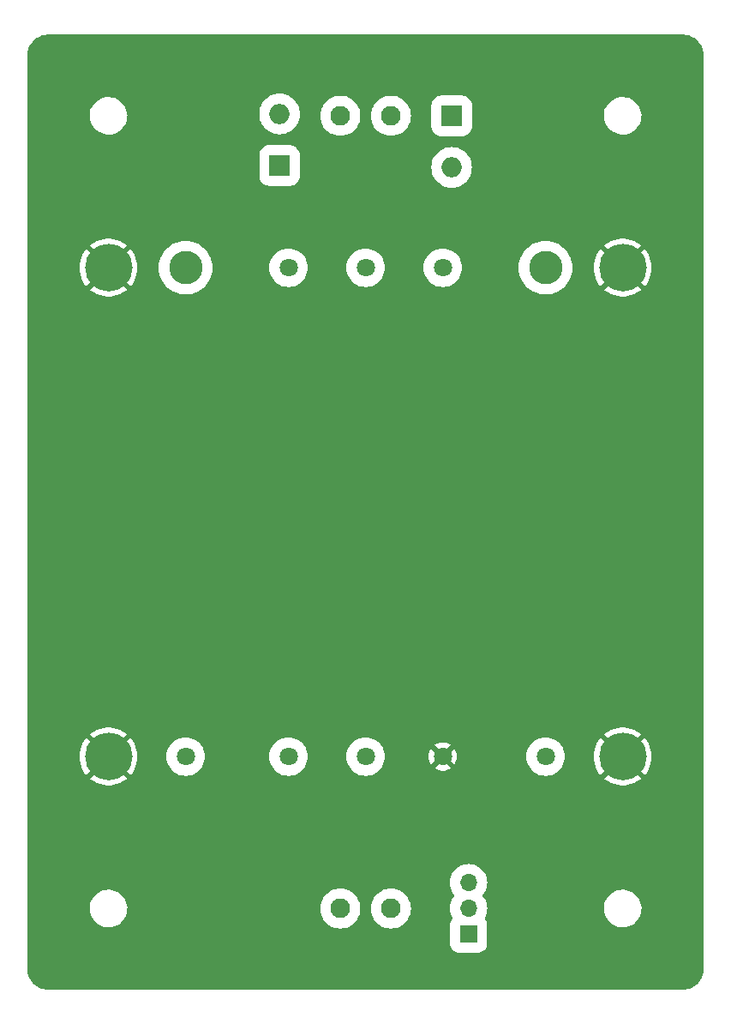
<source format=gbr>
%TF.GenerationSoftware,KiCad,Pcbnew,7.0.1*%
%TF.CreationDate,2023-05-04T12:42:05+02:00*%
%TF.ProjectId,traco_breakout_minimal,74726163-6f5f-4627-9265-616b6f75745f,rev?*%
%TF.SameCoordinates,Original*%
%TF.FileFunction,Copper,L2,Bot*%
%TF.FilePolarity,Positive*%
%FSLAX46Y46*%
G04 Gerber Fmt 4.6, Leading zero omitted, Abs format (unit mm)*
G04 Created by KiCad (PCBNEW 7.0.1) date 2023-05-04 12:42:05*
%MOMM*%
%LPD*%
G01*
G04 APERTURE LIST*
%TA.AperFunction,ComponentPad*%
%ADD10R,1.700000X1.700000*%
%TD*%
%TA.AperFunction,ComponentPad*%
%ADD11O,1.700000X1.700000*%
%TD*%
%TA.AperFunction,ComponentPad*%
%ADD12C,1.950000*%
%TD*%
%TA.AperFunction,ComponentPad*%
%ADD13C,1.800000*%
%TD*%
%TA.AperFunction,ComponentPad*%
%ADD14C,3.300000*%
%TD*%
%TA.AperFunction,ComponentPad*%
%ADD15C,4.700000*%
%TD*%
%TA.AperFunction,ComponentPad*%
%ADD16R,2.000000X2.000000*%
%TD*%
%TA.AperFunction,ComponentPad*%
%ADD17O,2.000000X2.000000*%
%TD*%
G04 APERTURE END LIST*
D10*
%TO.P,J2,1,Pin_1*%
%TO.N,/GND*%
X141160000Y-141690000D03*
D11*
%TO.P,J2,2,Pin_2*%
%TO.N,/SYNC*%
X141160000Y-139150000D03*
%TO.P,J2,3,Pin_3*%
%TO.N,/REMOTE*%
X141160000Y-136610000D03*
%TD*%
D12*
%TO.P,J3,1,1*%
%TO.N,/Vout+*%
X128500000Y-60890000D03*
%TO.P,J3,2,2*%
%TO.N,/Vout-*%
X133500000Y-60890000D03*
%TD*%
%TO.P,J1,1,1*%
%TO.N,/GND*%
X133500000Y-139150000D03*
%TO.P,J1,2,2*%
%TO.N,/Vin*%
X128500000Y-139150000D03*
%TD*%
D13*
%TO.P,PS1,1,-VIN_(GND)*%
%TO.N,/GND*%
X148780000Y-124150000D03*
%TO.P,PS1,2,CASE*%
%TO.N,/shielding*%
X138620000Y-124150000D03*
%TO.P,PS1,3,REMOTE*%
%TO.N,/REMOTE*%
X123380000Y-124150000D03*
%TO.P,PS1,4,+VIN_(VCC)*%
%TO.N,/Vin_fuse*%
X113220000Y-124150000D03*
D14*
%TO.P,PS1,5,-VOUT*%
%TO.N,/Vout-*%
X148780000Y-75890000D03*
D13*
%TO.P,PS1,6,-SENSE*%
%TO.N,Net-(PS1--SENSE)*%
X138620000Y-75890000D03*
%TO.P,PS1,7,TRIM*%
%TO.N,Net-(PS1-TRIM)*%
X131000000Y-75890000D03*
%TO.P,PS1,8,+SENSE*%
%TO.N,Net-(PS1-+SENSE)*%
X123380000Y-75890000D03*
D14*
%TO.P,PS1,9,+VOUT*%
%TO.N,/Vout+*%
X113220000Y-75890000D03*
D13*
%TO.P,PS1,10,SYNC_(ON_DEMAND)*%
%TO.N,/SYNC*%
X131000000Y-124150000D03*
D15*
%TO.P,PS1,MH1,MH1*%
%TO.N,/shielding*%
X156400000Y-124150000D03*
%TO.P,PS1,MH2,MH2*%
X105600000Y-124150000D03*
%TO.P,PS1,MH3,MH3*%
X105600000Y-75890000D03*
%TO.P,PS1,MH4,MH4*%
X156400000Y-75890000D03*
%TD*%
D16*
%TO.P,R1,1*%
%TO.N,Net-(PS1-+SENSE)*%
X122500000Y-65800000D03*
D17*
%TO.P,R1,2*%
%TO.N,Net-(PS1-TRIM)*%
X122500000Y-60720000D03*
%TD*%
D16*
%TO.P,R2,1*%
%TO.N,Net-(PS1--SENSE)*%
X139500000Y-60900000D03*
D17*
%TO.P,R2,2*%
%TO.N,Net-(PS1-TRIM)*%
X139500000Y-65980000D03*
%TD*%
%TA.AperFunction,Conductor*%
%TO.N,/shielding*%
G36*
X162404418Y-52890316D02*
G01*
X162675790Y-52909724D01*
X162693291Y-52912241D01*
X162954803Y-52969129D01*
X162971762Y-52974108D01*
X163222524Y-53067638D01*
X163238616Y-53074987D01*
X163473501Y-53203244D01*
X163488375Y-53212802D01*
X163702624Y-53373188D01*
X163715994Y-53384774D01*
X163905225Y-53574005D01*
X163916811Y-53587375D01*
X164077193Y-53801619D01*
X164086758Y-53816503D01*
X164215011Y-54051382D01*
X164222361Y-54067475D01*
X164315888Y-54318229D01*
X164320872Y-54335205D01*
X164377757Y-54596702D01*
X164380275Y-54614214D01*
X164399684Y-54885582D01*
X164400000Y-54894428D01*
X164400000Y-145145572D01*
X164399684Y-145154418D01*
X164380275Y-145425785D01*
X164377757Y-145443297D01*
X164320872Y-145704794D01*
X164315888Y-145721770D01*
X164222361Y-145972524D01*
X164215011Y-145988617D01*
X164086758Y-146223496D01*
X164077193Y-146238380D01*
X163916811Y-146452624D01*
X163905225Y-146465994D01*
X163715994Y-146655225D01*
X163702624Y-146666811D01*
X163488380Y-146827193D01*
X163473496Y-146836758D01*
X163238617Y-146965011D01*
X163222524Y-146972361D01*
X162971770Y-147065888D01*
X162954794Y-147070872D01*
X162693297Y-147127757D01*
X162675785Y-147130275D01*
X162404418Y-147149684D01*
X162395572Y-147150000D01*
X99604428Y-147150000D01*
X99595582Y-147149684D01*
X99324214Y-147130275D01*
X99306702Y-147127757D01*
X99045205Y-147070872D01*
X99028229Y-147065888D01*
X98777475Y-146972361D01*
X98761382Y-146965011D01*
X98526503Y-146836758D01*
X98511619Y-146827193D01*
X98297375Y-146666811D01*
X98284005Y-146655225D01*
X98094774Y-146465994D01*
X98083188Y-146452624D01*
X97922802Y-146238375D01*
X97913244Y-146223501D01*
X97784987Y-145988616D01*
X97777638Y-145972524D01*
X97684108Y-145721762D01*
X97679129Y-145704803D01*
X97622241Y-145443291D01*
X97619724Y-145425785D01*
X97600316Y-145154418D01*
X97600000Y-145145572D01*
X97600000Y-139217764D01*
X103745787Y-139217764D01*
X103775413Y-139487016D01*
X103775414Y-139487018D01*
X103843928Y-139749088D01*
X103938974Y-139972749D01*
X103949871Y-139998392D01*
X104090982Y-140229611D01*
X104180253Y-140336881D01*
X104264255Y-140437820D01*
X104465998Y-140618582D01*
X104691910Y-140768044D01*
X104794508Y-140816140D01*
X104937177Y-140883021D01*
X105196562Y-140961058D01*
X105196569Y-140961060D01*
X105464561Y-141000500D01*
X105667631Y-141000500D01*
X105667634Y-141000500D01*
X105870156Y-140985677D01*
X105870155Y-140985677D01*
X106134553Y-140926780D01*
X106387558Y-140830014D01*
X106623777Y-140697441D01*
X106838177Y-140531888D01*
X107026186Y-140336881D01*
X107183799Y-140116579D01*
X107307656Y-139875675D01*
X107395118Y-139619305D01*
X107444319Y-139352933D01*
X107451735Y-139149999D01*
X126519453Y-139149999D01*
X126539613Y-139431861D01*
X126599678Y-139707979D01*
X126599680Y-139707984D01*
X126698432Y-139972749D01*
X126782999Y-140127621D01*
X126833859Y-140220765D01*
X126996343Y-140437818D01*
X127003203Y-140446982D01*
X127203018Y-140646797D01*
X127270669Y-140697440D01*
X127429234Y-140816140D01*
X127429236Y-140816141D01*
X127677251Y-140951568D01*
X127942016Y-141050320D01*
X127942019Y-141050320D01*
X127942020Y-141050321D01*
X127981320Y-141058870D01*
X128218139Y-141110387D01*
X128500000Y-141130546D01*
X128781861Y-141110387D01*
X129057984Y-141050320D01*
X129322749Y-140951568D01*
X129570764Y-140816141D01*
X129796982Y-140646797D01*
X129996797Y-140446982D01*
X130166141Y-140220764D01*
X130301568Y-139972749D01*
X130400320Y-139707984D01*
X130460387Y-139431861D01*
X130480546Y-139150000D01*
X130480546Y-139149999D01*
X131519453Y-139149999D01*
X131539613Y-139431861D01*
X131599678Y-139707979D01*
X131599680Y-139707984D01*
X131698432Y-139972749D01*
X131782999Y-140127621D01*
X131833859Y-140220765D01*
X131996343Y-140437818D01*
X132003203Y-140446982D01*
X132203018Y-140646797D01*
X132270669Y-140697440D01*
X132429234Y-140816140D01*
X132429236Y-140816141D01*
X132677251Y-140951568D01*
X132942016Y-141050320D01*
X132942019Y-141050320D01*
X132942020Y-141050321D01*
X132981320Y-141058870D01*
X133218139Y-141110387D01*
X133500000Y-141130546D01*
X133781861Y-141110387D01*
X134057984Y-141050320D01*
X134322749Y-140951568D01*
X134570764Y-140816141D01*
X134796982Y-140646797D01*
X134996797Y-140446982D01*
X135166141Y-140220764D01*
X135301568Y-139972749D01*
X135400320Y-139707984D01*
X135460387Y-139431861D01*
X135480546Y-139150000D01*
X135480546Y-139149999D01*
X139304772Y-139149999D01*
X139323657Y-139414027D01*
X139379921Y-139672673D01*
X139472427Y-139920691D01*
X139551282Y-140065102D01*
X139565765Y-140111510D01*
X139561292Y-140159920D01*
X139538552Y-140202889D01*
X139470302Y-140286590D01*
X139376091Y-140466949D01*
X139332704Y-140618582D01*
X139320114Y-140662582D01*
X139310738Y-140768045D01*
X139309500Y-140781966D01*
X139309500Y-142598033D01*
X139320114Y-142717417D01*
X139376091Y-142913050D01*
X139470301Y-143093406D01*
X139470302Y-143093407D01*
X139598891Y-143251109D01*
X139756593Y-143379698D01*
X139936951Y-143473909D01*
X140132582Y-143529886D01*
X140251963Y-143540500D01*
X142068036Y-143540499D01*
X142187418Y-143529886D01*
X142383049Y-143473909D01*
X142563407Y-143379698D01*
X142721109Y-143251109D01*
X142849698Y-143093407D01*
X142943909Y-142913049D01*
X142999886Y-142717418D01*
X143010500Y-142598037D01*
X143010499Y-140781964D01*
X142999886Y-140662582D01*
X142943909Y-140466951D01*
X142849698Y-140286593D01*
X142803235Y-140229611D01*
X142781447Y-140202889D01*
X142758707Y-140159920D01*
X142754234Y-140111510D01*
X142768715Y-140065105D01*
X142847574Y-139920689D01*
X142940077Y-139672678D01*
X142996343Y-139414026D01*
X143010380Y-139217764D01*
X154545787Y-139217764D01*
X154575413Y-139487016D01*
X154575414Y-139487018D01*
X154643928Y-139749088D01*
X154738974Y-139972749D01*
X154749871Y-139998392D01*
X154890982Y-140229611D01*
X154980253Y-140336881D01*
X155064255Y-140437820D01*
X155265998Y-140618582D01*
X155491910Y-140768044D01*
X155594508Y-140816140D01*
X155737177Y-140883021D01*
X155996562Y-140961058D01*
X155996569Y-140961060D01*
X156264561Y-141000500D01*
X156467631Y-141000500D01*
X156467634Y-141000500D01*
X156670156Y-140985677D01*
X156670155Y-140985677D01*
X156934553Y-140926780D01*
X157187558Y-140830014D01*
X157423777Y-140697441D01*
X157638177Y-140531888D01*
X157826186Y-140336881D01*
X157983799Y-140116579D01*
X158107656Y-139875675D01*
X158195118Y-139619305D01*
X158244319Y-139352933D01*
X158254212Y-139082235D01*
X158224586Y-138812982D01*
X158156072Y-138550912D01*
X158050130Y-138301610D01*
X157914417Y-138079236D01*
X157909017Y-138070388D01*
X157735746Y-137862181D01*
X157725519Y-137853018D01*
X157534002Y-137681418D01*
X157308090Y-137531956D01*
X157308086Y-137531954D01*
X157062822Y-137416978D01*
X156803437Y-137338941D01*
X156803431Y-137338940D01*
X156535439Y-137299500D01*
X156332369Y-137299500D01*
X156332366Y-137299500D01*
X156129843Y-137314322D01*
X155865449Y-137373219D01*
X155612441Y-137469986D01*
X155376223Y-137602559D01*
X155161825Y-137768109D01*
X154973813Y-137963120D01*
X154816201Y-138183420D01*
X154692342Y-138424329D01*
X154604881Y-138680695D01*
X154555680Y-138947066D01*
X154545787Y-139217764D01*
X143010380Y-139217764D01*
X143015227Y-139150000D01*
X142996343Y-138885974D01*
X142940077Y-138627322D01*
X142847574Y-138379311D01*
X142720716Y-138146989D01*
X142576475Y-137954306D01*
X142554579Y-137906358D01*
X142554579Y-137853642D01*
X142576475Y-137805693D01*
X142720716Y-137613011D01*
X142847574Y-137380689D01*
X142940077Y-137132678D01*
X142996343Y-136874026D01*
X143015227Y-136610000D01*
X142996343Y-136345974D01*
X142940077Y-136087322D01*
X142847574Y-135839311D01*
X142720716Y-135606989D01*
X142562087Y-135395085D01*
X142374915Y-135207913D01*
X142268963Y-135128598D01*
X142163009Y-135049282D01*
X141996898Y-134958579D01*
X141930689Y-134922426D01*
X141682678Y-134829923D01*
X141682673Y-134829921D01*
X141424027Y-134773657D01*
X141160000Y-134754772D01*
X140895972Y-134773657D01*
X140637326Y-134829921D01*
X140513316Y-134876174D01*
X140389311Y-134922426D01*
X140389308Y-134922427D01*
X140389307Y-134922428D01*
X140156990Y-135049282D01*
X139945082Y-135207915D01*
X139757915Y-135395082D01*
X139599282Y-135606990D01*
X139472428Y-135839307D01*
X139472426Y-135839311D01*
X139426174Y-135963316D01*
X139379921Y-136087326D01*
X139323657Y-136345972D01*
X139304772Y-136609999D01*
X139323657Y-136874027D01*
X139379921Y-137132673D01*
X139379923Y-137132678D01*
X139472426Y-137380689D01*
X139521186Y-137469986D01*
X139599284Y-137613012D01*
X139743521Y-137805690D01*
X139765420Y-137853642D01*
X139765420Y-137906358D01*
X139743521Y-137954310D01*
X139599284Y-138146987D01*
X139500853Y-138327251D01*
X139472426Y-138379311D01*
X139426174Y-138503316D01*
X139379921Y-138627326D01*
X139323657Y-138885972D01*
X139304772Y-139149999D01*
X135480546Y-139149999D01*
X135460387Y-138868139D01*
X135400320Y-138592016D01*
X135301568Y-138327251D01*
X135166141Y-138079236D01*
X135159517Y-138070388D01*
X135003656Y-137862181D01*
X134996797Y-137853018D01*
X134796982Y-137653203D01*
X134743288Y-137613008D01*
X134570765Y-137483859D01*
X134477621Y-137432999D01*
X134322749Y-137348432D01*
X134057984Y-137249680D01*
X134057979Y-137249678D01*
X133781861Y-137189613D01*
X133500000Y-137169453D01*
X133218138Y-137189613D01*
X132942020Y-137249678D01*
X132845179Y-137285798D01*
X132677251Y-137348432D01*
X132618177Y-137380689D01*
X132429234Y-137483859D01*
X132203017Y-137653203D01*
X132003203Y-137853017D01*
X131833859Y-138079234D01*
X131776970Y-138183420D01*
X131698432Y-138327251D01*
X131662224Y-138424329D01*
X131599678Y-138592020D01*
X131539613Y-138868138D01*
X131519453Y-139149999D01*
X130480546Y-139149999D01*
X130460387Y-138868139D01*
X130400320Y-138592016D01*
X130301568Y-138327251D01*
X130166141Y-138079236D01*
X130159517Y-138070388D01*
X130003656Y-137862181D01*
X129996797Y-137853018D01*
X129796982Y-137653203D01*
X129743288Y-137613008D01*
X129570765Y-137483859D01*
X129477621Y-137432999D01*
X129322749Y-137348432D01*
X129057984Y-137249680D01*
X129057979Y-137249678D01*
X128781861Y-137189613D01*
X128500000Y-137169453D01*
X128218138Y-137189613D01*
X127942020Y-137249678D01*
X127845179Y-137285798D01*
X127677251Y-137348432D01*
X127618177Y-137380689D01*
X127429234Y-137483859D01*
X127203017Y-137653203D01*
X127003203Y-137853017D01*
X126833859Y-138079234D01*
X126776970Y-138183420D01*
X126698432Y-138327251D01*
X126662224Y-138424329D01*
X126599678Y-138592020D01*
X126539613Y-138868138D01*
X126519453Y-139149999D01*
X107451735Y-139149999D01*
X107454212Y-139082235D01*
X107424586Y-138812982D01*
X107356072Y-138550912D01*
X107250130Y-138301610D01*
X107114417Y-138079236D01*
X107109017Y-138070388D01*
X106935746Y-137862181D01*
X106925519Y-137853018D01*
X106734002Y-137681418D01*
X106508090Y-137531956D01*
X106508086Y-137531954D01*
X106262822Y-137416978D01*
X106003437Y-137338941D01*
X106003431Y-137338940D01*
X105735439Y-137299500D01*
X105532369Y-137299500D01*
X105532366Y-137299500D01*
X105329843Y-137314322D01*
X105065449Y-137373219D01*
X104812441Y-137469986D01*
X104576223Y-137602559D01*
X104361825Y-137768109D01*
X104173813Y-137963120D01*
X104016201Y-138183420D01*
X103892342Y-138424329D01*
X103804881Y-138680695D01*
X103755680Y-138947066D01*
X103745787Y-139217764D01*
X97600000Y-139217764D01*
X97600000Y-126334261D01*
X103769289Y-126334261D01*
X103769290Y-126334262D01*
X103895216Y-126439926D01*
X104172584Y-126622355D01*
X104469257Y-126771350D01*
X104781220Y-126884895D01*
X105104265Y-126961458D01*
X105434009Y-127000000D01*
X105765991Y-127000000D01*
X106095734Y-126961458D01*
X106418779Y-126884895D01*
X106730742Y-126771350D01*
X107027415Y-126622355D01*
X107304783Y-126439927D01*
X107430708Y-126334262D01*
X107430709Y-126334261D01*
X154569289Y-126334261D01*
X154569290Y-126334262D01*
X154695216Y-126439926D01*
X154972584Y-126622355D01*
X155269257Y-126771350D01*
X155581220Y-126884895D01*
X155904265Y-126961458D01*
X156234009Y-127000000D01*
X156565991Y-127000000D01*
X156895734Y-126961458D01*
X157218779Y-126884895D01*
X157530742Y-126771350D01*
X157827415Y-126622355D01*
X158104783Y-126439927D01*
X158230708Y-126334262D01*
X158230709Y-126334261D01*
X156400000Y-124503553D01*
X154569289Y-126334261D01*
X107430709Y-126334261D01*
X105600000Y-124503553D01*
X103769289Y-126334261D01*
X97600000Y-126334261D01*
X97600000Y-124150000D01*
X102745169Y-124150000D01*
X102764473Y-124481426D01*
X102822120Y-124808363D01*
X102917338Y-125126409D01*
X103048832Y-125431247D01*
X103214823Y-125718754D01*
X103412358Y-125984088D01*
X105246447Y-124150000D01*
X105953553Y-124150000D01*
X107787640Y-125984088D01*
X107985176Y-125718754D01*
X108151167Y-125431247D01*
X108282661Y-125126409D01*
X108377879Y-124808363D01*
X108435526Y-124481426D01*
X108454830Y-124150000D01*
X108454830Y-124149999D01*
X111314644Y-124149999D01*
X111334039Y-124421161D01*
X111391823Y-124686796D01*
X111391825Y-124686801D01*
X111486828Y-124941513D01*
X111486830Y-124941517D01*
X111486831Y-124941519D01*
X111617109Y-125180108D01*
X111617113Y-125180113D01*
X111780029Y-125397742D01*
X111972258Y-125589971D01*
X112144291Y-125718754D01*
X112189891Y-125752890D01*
X112385802Y-125859864D01*
X112428487Y-125883172D01*
X112683199Y-125978175D01*
X112683202Y-125978175D01*
X112683203Y-125978176D01*
X112710381Y-125984088D01*
X112948840Y-126035961D01*
X113220000Y-126055355D01*
X113491160Y-126035961D01*
X113756801Y-125978175D01*
X114011513Y-125883172D01*
X114250113Y-125752887D01*
X114467742Y-125589971D01*
X114659971Y-125397742D01*
X114822887Y-125180113D01*
X114852212Y-125126409D01*
X114858266Y-125115319D01*
X114953172Y-124941513D01*
X115048175Y-124686801D01*
X115105961Y-124421160D01*
X115125355Y-124150000D01*
X115125355Y-124149999D01*
X121474644Y-124149999D01*
X121494039Y-124421161D01*
X121551823Y-124686796D01*
X121551825Y-124686801D01*
X121646828Y-124941513D01*
X121646830Y-124941517D01*
X121646831Y-124941519D01*
X121777109Y-125180108D01*
X121777113Y-125180113D01*
X121940029Y-125397742D01*
X122132258Y-125589971D01*
X122304291Y-125718754D01*
X122349891Y-125752890D01*
X122545802Y-125859864D01*
X122588487Y-125883172D01*
X122843199Y-125978175D01*
X122843202Y-125978175D01*
X122843203Y-125978176D01*
X122870381Y-125984088D01*
X123108840Y-126035961D01*
X123380000Y-126055355D01*
X123651160Y-126035961D01*
X123916801Y-125978175D01*
X124171513Y-125883172D01*
X124410113Y-125752887D01*
X124627742Y-125589971D01*
X124819971Y-125397742D01*
X124982887Y-125180113D01*
X125012212Y-125126409D01*
X125018266Y-125115319D01*
X125113172Y-124941513D01*
X125208175Y-124686801D01*
X125265961Y-124421160D01*
X125285355Y-124150000D01*
X125285355Y-124149999D01*
X129094644Y-124149999D01*
X129114039Y-124421161D01*
X129171823Y-124686796D01*
X129171825Y-124686801D01*
X129266828Y-124941513D01*
X129266830Y-124941517D01*
X129266831Y-124941519D01*
X129397109Y-125180108D01*
X129397113Y-125180113D01*
X129560029Y-125397742D01*
X129752258Y-125589971D01*
X129924291Y-125718754D01*
X129969891Y-125752890D01*
X130165802Y-125859864D01*
X130208487Y-125883172D01*
X130463199Y-125978175D01*
X130463202Y-125978175D01*
X130463203Y-125978176D01*
X130490381Y-125984088D01*
X130728840Y-126035961D01*
X131000000Y-126055355D01*
X131271160Y-126035961D01*
X131536801Y-125978175D01*
X131791513Y-125883172D01*
X132030113Y-125752887D01*
X132247742Y-125589971D01*
X132439971Y-125397742D01*
X132511380Y-125302351D01*
X137821199Y-125302351D01*
X137851650Y-125326051D01*
X138055700Y-125436477D01*
X138275140Y-125511811D01*
X138503993Y-125550000D01*
X138736007Y-125550000D01*
X138964859Y-125511811D01*
X139184296Y-125436478D01*
X139388353Y-125326048D01*
X139418798Y-125302351D01*
X138620000Y-124503553D01*
X137821199Y-125302351D01*
X132511380Y-125302351D01*
X132602887Y-125180113D01*
X132632212Y-125126409D01*
X132638266Y-125115319D01*
X132733172Y-124941513D01*
X132828175Y-124686801D01*
X132885961Y-124421160D01*
X132905355Y-124150000D01*
X132905355Y-124149999D01*
X137215201Y-124149999D01*
X137234361Y-124381217D01*
X137291319Y-124606139D01*
X137384516Y-124818609D01*
X137468812Y-124947633D01*
X138266444Y-124150001D01*
X138973553Y-124150001D01*
X139771186Y-124947634D01*
X139855483Y-124818607D01*
X139948680Y-124606138D01*
X140005638Y-124381217D01*
X140024798Y-124150000D01*
X140024798Y-124149999D01*
X146874644Y-124149999D01*
X146894039Y-124421161D01*
X146951823Y-124686796D01*
X146951825Y-124686801D01*
X147046828Y-124941513D01*
X147046830Y-124941517D01*
X147046831Y-124941519D01*
X147177109Y-125180108D01*
X147177113Y-125180113D01*
X147340029Y-125397742D01*
X147532258Y-125589971D01*
X147704291Y-125718754D01*
X147749891Y-125752890D01*
X147945802Y-125859864D01*
X147988487Y-125883172D01*
X148243199Y-125978175D01*
X148243202Y-125978175D01*
X148243203Y-125978176D01*
X148270381Y-125984088D01*
X148508840Y-126035961D01*
X148780000Y-126055355D01*
X149051160Y-126035961D01*
X149316801Y-125978175D01*
X149571513Y-125883172D01*
X149810113Y-125752887D01*
X150027742Y-125589971D01*
X150219971Y-125397742D01*
X150382887Y-125180113D01*
X150412212Y-125126409D01*
X150418266Y-125115319D01*
X150513172Y-124941513D01*
X150608175Y-124686801D01*
X150665961Y-124421160D01*
X150685355Y-124150000D01*
X150685355Y-124149999D01*
X153545169Y-124149999D01*
X153564473Y-124481426D01*
X153622120Y-124808363D01*
X153717338Y-125126409D01*
X153848832Y-125431247D01*
X154014823Y-125718754D01*
X154212358Y-125984088D01*
X156046447Y-124150000D01*
X156753553Y-124150000D01*
X158587640Y-125984088D01*
X158785176Y-125718754D01*
X158951167Y-125431247D01*
X159082661Y-125126409D01*
X159177879Y-124808363D01*
X159235526Y-124481426D01*
X159254830Y-124149999D01*
X159235526Y-123818573D01*
X159177879Y-123491636D01*
X159082661Y-123173590D01*
X158951167Y-122868752D01*
X158785176Y-122581245D01*
X158587640Y-122315910D01*
X156753553Y-124150000D01*
X156046447Y-124150000D01*
X154212357Y-122315910D01*
X154014826Y-122581241D01*
X153848832Y-122868752D01*
X153717338Y-123173590D01*
X153622120Y-123491636D01*
X153564473Y-123818573D01*
X153545169Y-124149999D01*
X150685355Y-124149999D01*
X150665961Y-123878840D01*
X150608175Y-123613199D01*
X150513172Y-123358487D01*
X150489864Y-123315802D01*
X150382890Y-123119891D01*
X150291379Y-122997648D01*
X150219971Y-122902258D01*
X150027742Y-122710029D01*
X149855708Y-122581245D01*
X149810108Y-122547109D01*
X149571519Y-122416831D01*
X149571517Y-122416830D01*
X149571513Y-122416828D01*
X149316801Y-122321825D01*
X149316796Y-122321823D01*
X149051161Y-122264039D01*
X148780000Y-122244644D01*
X148508838Y-122264039D01*
X148243203Y-122321823D01*
X148098956Y-122375624D01*
X147988487Y-122416828D01*
X147988484Y-122416829D01*
X147988480Y-122416831D01*
X147749891Y-122547109D01*
X147532255Y-122710031D01*
X147340031Y-122902255D01*
X147177109Y-123119891D01*
X147046831Y-123358480D01*
X146951823Y-123613203D01*
X146894039Y-123878838D01*
X146874644Y-124149999D01*
X140024798Y-124149999D01*
X140005638Y-123918782D01*
X139948680Y-123693860D01*
X139855484Y-123481392D01*
X139771186Y-123352364D01*
X138973553Y-124150000D01*
X138973553Y-124150001D01*
X138266444Y-124150001D01*
X138266446Y-124149999D01*
X137468812Y-123352365D01*
X137384516Y-123481390D01*
X137291319Y-123693860D01*
X137234361Y-123918782D01*
X137215201Y-124149999D01*
X132905355Y-124149999D01*
X132885961Y-123878840D01*
X132828175Y-123613199D01*
X132733172Y-123358487D01*
X132709864Y-123315802D01*
X132602890Y-123119891D01*
X132511379Y-122997648D01*
X132511378Y-122997647D01*
X137821200Y-122997647D01*
X138620000Y-123796447D01*
X138620001Y-123796447D01*
X139418799Y-122997648D01*
X139418799Y-122997647D01*
X139388349Y-122973948D01*
X139184299Y-122863522D01*
X138964859Y-122788188D01*
X138736007Y-122750000D01*
X138503993Y-122750000D01*
X138275140Y-122788188D01*
X138055703Y-122863521D01*
X137851645Y-122973952D01*
X137821200Y-122997646D01*
X137821200Y-122997647D01*
X132511378Y-122997647D01*
X132439971Y-122902258D01*
X132247742Y-122710029D01*
X132075708Y-122581245D01*
X132030108Y-122547109D01*
X131791519Y-122416831D01*
X131791517Y-122416830D01*
X131791513Y-122416828D01*
X131536801Y-122321825D01*
X131536796Y-122321823D01*
X131271161Y-122264039D01*
X131000000Y-122244644D01*
X130728838Y-122264039D01*
X130463203Y-122321823D01*
X130318956Y-122375624D01*
X130208487Y-122416828D01*
X130208484Y-122416829D01*
X130208480Y-122416831D01*
X129969891Y-122547109D01*
X129752255Y-122710031D01*
X129560031Y-122902255D01*
X129397109Y-123119891D01*
X129266831Y-123358480D01*
X129171823Y-123613203D01*
X129114039Y-123878838D01*
X129094644Y-124149999D01*
X125285355Y-124149999D01*
X125265961Y-123878840D01*
X125208175Y-123613199D01*
X125113172Y-123358487D01*
X125089864Y-123315802D01*
X124982890Y-123119891D01*
X124891379Y-122997648D01*
X124819971Y-122902258D01*
X124627742Y-122710029D01*
X124455708Y-122581245D01*
X124410108Y-122547109D01*
X124171519Y-122416831D01*
X124171517Y-122416830D01*
X124171513Y-122416828D01*
X123916801Y-122321825D01*
X123916796Y-122321823D01*
X123651161Y-122264039D01*
X123380000Y-122244644D01*
X123108838Y-122264039D01*
X122843203Y-122321823D01*
X122698956Y-122375624D01*
X122588487Y-122416828D01*
X122588484Y-122416829D01*
X122588480Y-122416831D01*
X122349891Y-122547109D01*
X122132255Y-122710031D01*
X121940031Y-122902255D01*
X121777109Y-123119891D01*
X121646831Y-123358480D01*
X121551823Y-123613203D01*
X121494039Y-123878838D01*
X121474644Y-124149999D01*
X115125355Y-124149999D01*
X115105961Y-123878840D01*
X115048175Y-123613199D01*
X114953172Y-123358487D01*
X114929864Y-123315802D01*
X114822890Y-123119891D01*
X114731379Y-122997648D01*
X114659971Y-122902258D01*
X114467742Y-122710029D01*
X114295708Y-122581245D01*
X114250108Y-122547109D01*
X114011519Y-122416831D01*
X114011517Y-122416830D01*
X114011513Y-122416828D01*
X113756801Y-122321825D01*
X113756796Y-122321823D01*
X113491161Y-122264039D01*
X113220000Y-122244644D01*
X112948838Y-122264039D01*
X112683203Y-122321823D01*
X112538956Y-122375624D01*
X112428487Y-122416828D01*
X112428484Y-122416829D01*
X112428480Y-122416831D01*
X112189891Y-122547109D01*
X111972255Y-122710031D01*
X111780031Y-122902255D01*
X111617109Y-123119891D01*
X111486831Y-123358480D01*
X111391823Y-123613203D01*
X111334039Y-123878838D01*
X111314644Y-124149999D01*
X108454830Y-124149999D01*
X108435526Y-123818573D01*
X108377879Y-123491636D01*
X108282661Y-123173590D01*
X108151167Y-122868752D01*
X107985176Y-122581245D01*
X107787640Y-122315910D01*
X105953553Y-124150000D01*
X105246447Y-124150000D01*
X103412357Y-122315910D01*
X103214826Y-122581241D01*
X103048832Y-122868752D01*
X102917338Y-123173590D01*
X102822120Y-123491636D01*
X102764473Y-123818573D01*
X102745169Y-124150000D01*
X97600000Y-124150000D01*
X97600000Y-121965736D01*
X103769289Y-121965736D01*
X105600000Y-123796447D01*
X105600001Y-123796447D01*
X107430709Y-121965737D01*
X107430708Y-121965736D01*
X154569289Y-121965736D01*
X156400000Y-123796447D01*
X156400001Y-123796447D01*
X158230709Y-121965737D01*
X158230708Y-121965736D01*
X158104783Y-121860073D01*
X157827415Y-121677644D01*
X157530742Y-121528649D01*
X157218779Y-121415104D01*
X156895734Y-121338541D01*
X156565991Y-121300000D01*
X156234009Y-121300000D01*
X155904265Y-121338541D01*
X155581220Y-121415104D01*
X155269257Y-121528649D01*
X154972584Y-121677644D01*
X154695216Y-121860072D01*
X154569289Y-121965736D01*
X107430708Y-121965736D01*
X107304783Y-121860073D01*
X107027415Y-121677644D01*
X106730742Y-121528649D01*
X106418779Y-121415104D01*
X106095734Y-121338541D01*
X105765991Y-121300000D01*
X105434009Y-121300000D01*
X105104265Y-121338541D01*
X104781220Y-121415104D01*
X104469257Y-121528649D01*
X104172584Y-121677644D01*
X103895216Y-121860072D01*
X103769289Y-121965736D01*
X97600000Y-121965736D01*
X97600000Y-78074261D01*
X103769289Y-78074261D01*
X103769290Y-78074262D01*
X103895216Y-78179926D01*
X104172584Y-78362355D01*
X104469257Y-78511350D01*
X104781220Y-78624895D01*
X105104265Y-78701458D01*
X105434009Y-78740000D01*
X105765991Y-78740000D01*
X106095734Y-78701458D01*
X106418779Y-78624895D01*
X106730742Y-78511350D01*
X107027415Y-78362355D01*
X107304783Y-78179927D01*
X107430708Y-78074262D01*
X107430709Y-78074261D01*
X105600000Y-76243553D01*
X103769289Y-78074261D01*
X97600000Y-78074261D01*
X97600000Y-75889999D01*
X102745169Y-75889999D01*
X102764473Y-76221426D01*
X102822120Y-76548363D01*
X102917338Y-76866409D01*
X103048832Y-77171247D01*
X103214823Y-77458754D01*
X103412358Y-77724088D01*
X105246447Y-75890000D01*
X105953553Y-75890000D01*
X107787640Y-77724088D01*
X107985176Y-77458754D01*
X108151167Y-77171247D01*
X108282661Y-76866409D01*
X108377879Y-76548363D01*
X108435526Y-76221426D01*
X108454830Y-75889999D01*
X110564654Y-75889999D01*
X110584015Y-76210066D01*
X110641815Y-76525471D01*
X110737207Y-76831596D01*
X110868807Y-77123997D01*
X111034693Y-77398408D01*
X111232448Y-77650822D01*
X111459177Y-77877551D01*
X111711591Y-78075306D01*
X111986002Y-78241192D01*
X112278403Y-78372792D01*
X112535800Y-78453000D01*
X112584534Y-78468186D01*
X112899934Y-78525985D01*
X113220000Y-78545345D01*
X113540066Y-78525985D01*
X113855466Y-78468186D01*
X114020715Y-78416692D01*
X114161596Y-78372792D01*
X114226479Y-78343589D01*
X114454000Y-78241191D01*
X114728408Y-78075306D01*
X114980819Y-77877554D01*
X115207554Y-77650819D01*
X115405306Y-77398408D01*
X115571191Y-77124000D01*
X115702791Y-76831598D01*
X115798186Y-76525466D01*
X115855985Y-76210066D01*
X115875345Y-75890000D01*
X121474644Y-75890000D01*
X121494039Y-76161161D01*
X121551823Y-76426796D01*
X121551825Y-76426801D01*
X121646828Y-76681513D01*
X121646830Y-76681517D01*
X121646831Y-76681519D01*
X121777109Y-76920108D01*
X121777113Y-76920113D01*
X121940029Y-77137742D01*
X122132258Y-77329971D01*
X122223679Y-77398408D01*
X122349891Y-77492890D01*
X122545802Y-77599864D01*
X122588487Y-77623172D01*
X122843199Y-77718175D01*
X122843202Y-77718175D01*
X122843203Y-77718176D01*
X122870381Y-77724088D01*
X123108840Y-77775961D01*
X123380000Y-77795355D01*
X123651160Y-77775961D01*
X123916801Y-77718175D01*
X124171513Y-77623172D01*
X124410113Y-77492887D01*
X124627742Y-77329971D01*
X124819971Y-77137742D01*
X124982887Y-76920113D01*
X125012212Y-76866409D01*
X125031221Y-76831596D01*
X125113172Y-76681513D01*
X125208175Y-76426801D01*
X125265961Y-76161160D01*
X125285355Y-75890000D01*
X129094644Y-75890000D01*
X129114039Y-76161161D01*
X129171823Y-76426796D01*
X129171825Y-76426801D01*
X129266828Y-76681513D01*
X129266830Y-76681517D01*
X129266831Y-76681519D01*
X129397109Y-76920108D01*
X129397113Y-76920113D01*
X129560029Y-77137742D01*
X129752258Y-77329971D01*
X129843679Y-77398408D01*
X129969891Y-77492890D01*
X130165802Y-77599864D01*
X130208487Y-77623172D01*
X130463199Y-77718175D01*
X130463202Y-77718175D01*
X130463203Y-77718176D01*
X130490381Y-77724088D01*
X130728840Y-77775961D01*
X131000000Y-77795355D01*
X131271160Y-77775961D01*
X131536801Y-77718175D01*
X131791513Y-77623172D01*
X132030113Y-77492887D01*
X132247742Y-77329971D01*
X132439971Y-77137742D01*
X132602887Y-76920113D01*
X132632212Y-76866409D01*
X132651221Y-76831596D01*
X132733172Y-76681513D01*
X132828175Y-76426801D01*
X132885961Y-76161160D01*
X132905355Y-75890000D01*
X136714644Y-75890000D01*
X136734039Y-76161161D01*
X136791823Y-76426796D01*
X136791825Y-76426801D01*
X136886828Y-76681513D01*
X136886830Y-76681517D01*
X136886831Y-76681519D01*
X137017109Y-76920108D01*
X137017113Y-76920113D01*
X137180029Y-77137742D01*
X137372258Y-77329971D01*
X137463679Y-77398408D01*
X137589891Y-77492890D01*
X137785802Y-77599864D01*
X137828487Y-77623172D01*
X138083199Y-77718175D01*
X138083202Y-77718175D01*
X138083203Y-77718176D01*
X138110381Y-77724088D01*
X138348840Y-77775961D01*
X138620000Y-77795355D01*
X138891160Y-77775961D01*
X139156801Y-77718175D01*
X139411513Y-77623172D01*
X139650113Y-77492887D01*
X139867742Y-77329971D01*
X140059971Y-77137742D01*
X140222887Y-76920113D01*
X140252212Y-76866409D01*
X140271221Y-76831596D01*
X140353172Y-76681513D01*
X140448175Y-76426801D01*
X140505961Y-76161160D01*
X140525355Y-75890000D01*
X146124654Y-75890000D01*
X146144015Y-76210066D01*
X146201815Y-76525471D01*
X146297207Y-76831596D01*
X146428807Y-77123997D01*
X146594693Y-77398408D01*
X146792448Y-77650822D01*
X147019177Y-77877551D01*
X147271591Y-78075306D01*
X147546002Y-78241192D01*
X147838403Y-78372792D01*
X148095800Y-78453000D01*
X148144534Y-78468186D01*
X148459934Y-78525985D01*
X148780000Y-78545345D01*
X149100066Y-78525985D01*
X149415466Y-78468186D01*
X149580715Y-78416692D01*
X149721596Y-78372792D01*
X149786479Y-78343589D01*
X150014000Y-78241191D01*
X150288408Y-78075306D01*
X150289742Y-78074261D01*
X154569289Y-78074261D01*
X154569290Y-78074262D01*
X154695216Y-78179926D01*
X154972584Y-78362355D01*
X155269257Y-78511350D01*
X155581220Y-78624895D01*
X155904265Y-78701458D01*
X156234009Y-78740000D01*
X156565991Y-78740000D01*
X156895734Y-78701458D01*
X157218779Y-78624895D01*
X157530742Y-78511350D01*
X157827415Y-78362355D01*
X158104783Y-78179927D01*
X158230708Y-78074262D01*
X158230709Y-78074261D01*
X156400000Y-76243553D01*
X154569289Y-78074261D01*
X150289742Y-78074261D01*
X150540819Y-77877554D01*
X150767554Y-77650819D01*
X150965306Y-77398408D01*
X151131191Y-77124000D01*
X151262791Y-76831598D01*
X151358186Y-76525466D01*
X151415985Y-76210066D01*
X151435345Y-75890000D01*
X153545169Y-75890000D01*
X153564473Y-76221426D01*
X153622120Y-76548363D01*
X153717338Y-76866409D01*
X153848832Y-77171247D01*
X154014823Y-77458754D01*
X154212358Y-77724088D01*
X156046447Y-75890000D01*
X156753553Y-75890000D01*
X158587640Y-77724088D01*
X158785176Y-77458754D01*
X158951167Y-77171247D01*
X159082661Y-76866409D01*
X159177879Y-76548363D01*
X159235526Y-76221426D01*
X159254830Y-75890000D01*
X159235526Y-75558573D01*
X159177879Y-75231636D01*
X159082661Y-74913590D01*
X158951167Y-74608752D01*
X158785176Y-74321245D01*
X158587640Y-74055910D01*
X156753553Y-75890000D01*
X156046447Y-75890000D01*
X154212357Y-74055910D01*
X154014826Y-74321241D01*
X153848832Y-74608752D01*
X153717338Y-74913590D01*
X153622120Y-75231636D01*
X153564473Y-75558573D01*
X153545169Y-75890000D01*
X151435345Y-75890000D01*
X151415985Y-75569934D01*
X151358186Y-75254534D01*
X151309560Y-75098487D01*
X151262792Y-74948403D01*
X151131192Y-74656002D01*
X150965306Y-74381591D01*
X150767551Y-74129177D01*
X150540822Y-73902448D01*
X150289739Y-73705736D01*
X154569289Y-73705736D01*
X156400000Y-75536447D01*
X156400001Y-75536447D01*
X158230709Y-73705737D01*
X158230708Y-73705736D01*
X158104783Y-73600073D01*
X157827415Y-73417644D01*
X157530742Y-73268649D01*
X157218779Y-73155104D01*
X156895734Y-73078541D01*
X156565991Y-73040000D01*
X156234009Y-73040000D01*
X155904265Y-73078541D01*
X155581220Y-73155104D01*
X155269257Y-73268649D01*
X154972584Y-73417644D01*
X154695216Y-73600072D01*
X154569289Y-73705736D01*
X150289739Y-73705736D01*
X150288408Y-73704693D01*
X150013997Y-73538807D01*
X149721596Y-73407207D01*
X149415471Y-73311815D01*
X149100066Y-73254015D01*
X148780000Y-73234654D01*
X148459933Y-73254015D01*
X148144528Y-73311815D01*
X147838403Y-73407207D01*
X147546002Y-73538807D01*
X147271591Y-73704693D01*
X147019177Y-73902448D01*
X146792448Y-74129177D01*
X146594693Y-74381591D01*
X146428807Y-74656002D01*
X146297207Y-74948403D01*
X146201815Y-75254528D01*
X146144015Y-75569933D01*
X146124654Y-75890000D01*
X140525355Y-75890000D01*
X140505961Y-75618840D01*
X140448175Y-75353199D01*
X140353172Y-75098487D01*
X140329864Y-75055802D01*
X140222890Y-74859891D01*
X140221685Y-74858281D01*
X140059971Y-74642258D01*
X139867742Y-74450029D01*
X139695708Y-74321245D01*
X139650108Y-74287109D01*
X139411519Y-74156831D01*
X139411517Y-74156830D01*
X139411513Y-74156828D01*
X139156801Y-74061825D01*
X139156796Y-74061823D01*
X138891161Y-74004039D01*
X138620000Y-73984644D01*
X138348838Y-74004039D01*
X138083203Y-74061823D01*
X137938956Y-74115624D01*
X137828487Y-74156828D01*
X137828484Y-74156829D01*
X137828480Y-74156831D01*
X137589891Y-74287109D01*
X137372255Y-74450031D01*
X137180031Y-74642255D01*
X137017109Y-74859891D01*
X136886831Y-75098480D01*
X136791823Y-75353203D01*
X136734039Y-75618838D01*
X136714644Y-75890000D01*
X132905355Y-75890000D01*
X132885961Y-75618840D01*
X132828175Y-75353199D01*
X132733172Y-75098487D01*
X132709864Y-75055802D01*
X132602890Y-74859891D01*
X132601685Y-74858281D01*
X132439971Y-74642258D01*
X132247742Y-74450029D01*
X132075708Y-74321245D01*
X132030108Y-74287109D01*
X131791519Y-74156831D01*
X131791517Y-74156830D01*
X131791513Y-74156828D01*
X131536801Y-74061825D01*
X131536796Y-74061823D01*
X131271161Y-74004039D01*
X131000000Y-73984644D01*
X130728838Y-74004039D01*
X130463203Y-74061823D01*
X130318956Y-74115624D01*
X130208487Y-74156828D01*
X130208484Y-74156829D01*
X130208480Y-74156831D01*
X129969891Y-74287109D01*
X129752255Y-74450031D01*
X129560031Y-74642255D01*
X129397109Y-74859891D01*
X129266831Y-75098480D01*
X129171823Y-75353203D01*
X129114039Y-75618838D01*
X129094644Y-75890000D01*
X125285355Y-75890000D01*
X125265961Y-75618840D01*
X125208175Y-75353199D01*
X125113172Y-75098487D01*
X125089864Y-75055802D01*
X124982890Y-74859891D01*
X124981685Y-74858281D01*
X124819971Y-74642258D01*
X124627742Y-74450029D01*
X124455708Y-74321245D01*
X124410108Y-74287109D01*
X124171519Y-74156831D01*
X124171517Y-74156830D01*
X124171513Y-74156828D01*
X123916801Y-74061825D01*
X123916796Y-74061823D01*
X123651161Y-74004039D01*
X123380000Y-73984644D01*
X123108838Y-74004039D01*
X122843203Y-74061823D01*
X122698956Y-74115624D01*
X122588487Y-74156828D01*
X122588484Y-74156829D01*
X122588480Y-74156831D01*
X122349891Y-74287109D01*
X122132255Y-74450031D01*
X121940031Y-74642255D01*
X121777109Y-74859891D01*
X121646831Y-75098480D01*
X121551823Y-75353203D01*
X121494039Y-75618838D01*
X121474644Y-75890000D01*
X115875345Y-75890000D01*
X115855985Y-75569934D01*
X115798186Y-75254534D01*
X115749560Y-75098487D01*
X115702792Y-74948403D01*
X115571192Y-74656002D01*
X115405306Y-74381591D01*
X115207551Y-74129177D01*
X114980822Y-73902448D01*
X114728408Y-73704693D01*
X114453997Y-73538807D01*
X114161596Y-73407207D01*
X113855471Y-73311815D01*
X113540066Y-73254015D01*
X113220000Y-73234654D01*
X112899933Y-73254015D01*
X112584528Y-73311815D01*
X112278403Y-73407207D01*
X111986002Y-73538807D01*
X111711591Y-73704693D01*
X111459177Y-73902448D01*
X111232448Y-74129177D01*
X111034693Y-74381591D01*
X110868807Y-74656002D01*
X110737207Y-74948403D01*
X110641815Y-75254528D01*
X110584015Y-75569933D01*
X110564654Y-75889999D01*
X108454830Y-75889999D01*
X108435526Y-75558573D01*
X108377879Y-75231636D01*
X108282661Y-74913590D01*
X108151167Y-74608752D01*
X107985176Y-74321245D01*
X107787640Y-74055910D01*
X105953553Y-75890000D01*
X105246447Y-75890000D01*
X103412357Y-74055910D01*
X103214826Y-74321241D01*
X103048832Y-74608752D01*
X102917338Y-74913590D01*
X102822120Y-75231636D01*
X102764473Y-75558573D01*
X102745169Y-75889999D01*
X97600000Y-75889999D01*
X97600000Y-73705736D01*
X103769289Y-73705736D01*
X105600000Y-75536447D01*
X105600001Y-75536447D01*
X107430709Y-73705737D01*
X107430708Y-73705736D01*
X107304783Y-73600073D01*
X107027415Y-73417644D01*
X106730742Y-73268649D01*
X106418779Y-73155104D01*
X106095734Y-73078541D01*
X105765991Y-73040000D01*
X105434009Y-73040000D01*
X105104265Y-73078541D01*
X104781220Y-73155104D01*
X104469257Y-73268649D01*
X104172584Y-73417644D01*
X103895216Y-73600072D01*
X103769289Y-73705736D01*
X97600000Y-73705736D01*
X97600000Y-66858033D01*
X120499500Y-66858033D01*
X120510114Y-66977417D01*
X120566091Y-67173050D01*
X120628954Y-67293395D01*
X120660302Y-67353407D01*
X120788891Y-67511109D01*
X120946593Y-67639698D01*
X121126951Y-67733909D01*
X121322582Y-67789886D01*
X121441963Y-67800500D01*
X123558036Y-67800499D01*
X123677418Y-67789886D01*
X123873049Y-67733909D01*
X124053407Y-67639698D01*
X124211109Y-67511109D01*
X124339698Y-67353407D01*
X124433909Y-67173049D01*
X124489886Y-66977418D01*
X124500500Y-66858037D01*
X124500500Y-65980000D01*
X137494389Y-65980000D01*
X137514804Y-66265429D01*
X137575629Y-66545041D01*
X137675634Y-66813163D01*
X137812772Y-67064313D01*
X137894171Y-67173049D01*
X137984261Y-67293395D01*
X138186605Y-67495739D01*
X138358414Y-67624354D01*
X138415686Y-67667227D01*
X138537803Y-67733908D01*
X138666839Y-67804367D01*
X138934954Y-67904369D01*
X138934957Y-67904369D01*
X138934958Y-67904370D01*
X138987217Y-67915738D01*
X139214572Y-67965196D01*
X139478012Y-67984037D01*
X139499999Y-67985610D01*
X139499999Y-67985609D01*
X139500000Y-67985610D01*
X139785428Y-67965196D01*
X140065046Y-67904369D01*
X140333161Y-67804367D01*
X140584315Y-67667226D01*
X140813395Y-67495739D01*
X141015739Y-67293395D01*
X141187226Y-67064315D01*
X141324367Y-66813161D01*
X141424369Y-66545046D01*
X141485196Y-66265428D01*
X141505610Y-65980000D01*
X141485196Y-65694572D01*
X141424369Y-65414954D01*
X141324367Y-65146839D01*
X141187226Y-64895685D01*
X141015739Y-64666605D01*
X140813395Y-64464261D01*
X140698854Y-64378517D01*
X140584313Y-64292772D01*
X140333163Y-64155634D01*
X140333162Y-64155633D01*
X140333161Y-64155633D01*
X140065046Y-64055631D01*
X140065041Y-64055629D01*
X139785429Y-63994804D01*
X139500000Y-63974389D01*
X139214570Y-63994804D01*
X138934958Y-64055629D01*
X138666836Y-64155634D01*
X138415686Y-64292772D01*
X138186602Y-64464263D01*
X137984263Y-64666602D01*
X137812772Y-64895686D01*
X137675634Y-65146836D01*
X137575629Y-65414958D01*
X137514804Y-65694570D01*
X137494389Y-65980000D01*
X124500500Y-65980000D01*
X124500499Y-64741964D01*
X124489886Y-64622582D01*
X124433909Y-64426951D01*
X124339698Y-64246593D01*
X124211109Y-64088891D01*
X124053407Y-63960302D01*
X124053406Y-63960301D01*
X123873050Y-63866091D01*
X123775233Y-63838102D01*
X123677418Y-63810114D01*
X123558037Y-63799500D01*
X123558033Y-63799500D01*
X121441966Y-63799500D01*
X121322582Y-63810114D01*
X121126949Y-63866091D01*
X120946593Y-63960301D01*
X120788891Y-64088891D01*
X120660301Y-64246593D01*
X120566091Y-64426949D01*
X120510114Y-64622582D01*
X120499500Y-64741966D01*
X120499500Y-66858033D01*
X97600000Y-66858033D01*
X97600000Y-60957764D01*
X103745787Y-60957764D01*
X103775413Y-61227016D01*
X103843928Y-61489087D01*
X103949871Y-61738392D01*
X104090982Y-61969611D01*
X104180253Y-62076881D01*
X104264255Y-62177820D01*
X104465998Y-62358582D01*
X104691910Y-62508044D01*
X104769390Y-62544365D01*
X104937177Y-62623021D01*
X105196562Y-62701058D01*
X105196569Y-62701060D01*
X105464561Y-62740500D01*
X105667631Y-62740500D01*
X105667634Y-62740500D01*
X105870156Y-62725677D01*
X105870457Y-62725610D01*
X106134553Y-62666780D01*
X106387558Y-62570014D01*
X106623777Y-62437441D01*
X106838177Y-62271888D01*
X107026186Y-62076881D01*
X107183799Y-61856579D01*
X107307656Y-61615675D01*
X107395118Y-61359305D01*
X107444319Y-61092933D01*
X107454212Y-60822235D01*
X107442963Y-60720000D01*
X120494389Y-60720000D01*
X120514804Y-61005429D01*
X120575629Y-61285041D01*
X120675634Y-61553163D01*
X120812772Y-61804313D01*
X120851898Y-61856579D01*
X120984261Y-62033395D01*
X121186605Y-62235739D01*
X121350704Y-62358582D01*
X121415686Y-62407227D01*
X121471019Y-62437441D01*
X121666839Y-62544367D01*
X121934954Y-62644369D01*
X121934957Y-62644369D01*
X121934958Y-62644370D01*
X121987217Y-62655738D01*
X122214572Y-62705196D01*
X122500000Y-62725610D01*
X122785428Y-62705196D01*
X123065046Y-62644369D01*
X123333161Y-62544367D01*
X123584315Y-62407226D01*
X123813395Y-62235739D01*
X124015739Y-62033395D01*
X124187226Y-61804315D01*
X124324367Y-61553161D01*
X124424369Y-61285046D01*
X124485196Y-61005428D01*
X124493452Y-60889999D01*
X126519453Y-60889999D01*
X126539613Y-61171861D01*
X126599678Y-61447979D01*
X126599680Y-61447984D01*
X126698432Y-61712749D01*
X126782999Y-61867621D01*
X126833859Y-61960765D01*
X126996343Y-62177818D01*
X127003203Y-62186982D01*
X127203018Y-62386797D01*
X127270669Y-62437440D01*
X127429234Y-62556140D01*
X127429236Y-62556141D01*
X127677251Y-62691568D01*
X127942016Y-62790320D01*
X127942019Y-62790320D01*
X127942020Y-62790321D01*
X127981320Y-62798870D01*
X128218139Y-62850387D01*
X128500000Y-62870546D01*
X128781861Y-62850387D01*
X129057984Y-62790320D01*
X129322749Y-62691568D01*
X129570764Y-62556141D01*
X129796982Y-62386797D01*
X129996797Y-62186982D01*
X130166141Y-61960764D01*
X130301568Y-61712749D01*
X130400320Y-61447984D01*
X130460387Y-61171861D01*
X130480546Y-60890000D01*
X131519453Y-60890000D01*
X131539613Y-61171861D01*
X131599678Y-61447979D01*
X131599680Y-61447984D01*
X131698432Y-61712749D01*
X131782999Y-61867621D01*
X131833859Y-61960765D01*
X131996343Y-62177818D01*
X132003203Y-62186982D01*
X132203018Y-62386797D01*
X132270669Y-62437440D01*
X132429234Y-62556140D01*
X132429236Y-62556141D01*
X132677251Y-62691568D01*
X132942016Y-62790320D01*
X132942019Y-62790320D01*
X132942020Y-62790321D01*
X132981320Y-62798870D01*
X133218139Y-62850387D01*
X133500000Y-62870546D01*
X133781861Y-62850387D01*
X134057984Y-62790320D01*
X134322749Y-62691568D01*
X134570764Y-62556141D01*
X134796982Y-62386797D01*
X134996797Y-62186982D01*
X135166141Y-61960764D01*
X135167632Y-61958033D01*
X137499500Y-61958033D01*
X137510114Y-62077417D01*
X137566091Y-62273050D01*
X137651962Y-62437441D01*
X137660302Y-62453407D01*
X137788891Y-62611109D01*
X137946593Y-62739698D01*
X138126951Y-62833909D01*
X138322582Y-62889886D01*
X138441963Y-62900500D01*
X140558036Y-62900499D01*
X140677418Y-62889886D01*
X140873049Y-62833909D01*
X141053407Y-62739698D01*
X141211109Y-62611109D01*
X141339698Y-62453407D01*
X141433909Y-62273049D01*
X141489886Y-62077418D01*
X141500500Y-61958037D01*
X141500500Y-60957764D01*
X154545787Y-60957764D01*
X154575413Y-61227016D01*
X154643928Y-61489087D01*
X154749871Y-61738392D01*
X154890982Y-61969611D01*
X154980253Y-62076881D01*
X155064255Y-62177820D01*
X155265998Y-62358582D01*
X155491910Y-62508044D01*
X155569390Y-62544365D01*
X155737177Y-62623021D01*
X155996562Y-62701058D01*
X155996569Y-62701060D01*
X156264561Y-62740500D01*
X156467631Y-62740500D01*
X156467634Y-62740500D01*
X156670156Y-62725677D01*
X156670457Y-62725610D01*
X156934553Y-62666780D01*
X157187558Y-62570014D01*
X157423777Y-62437441D01*
X157638177Y-62271888D01*
X157826186Y-62076881D01*
X157983799Y-61856579D01*
X158107656Y-61615675D01*
X158195118Y-61359305D01*
X158244319Y-61092933D01*
X158254212Y-60822235D01*
X158224586Y-60552982D01*
X158156072Y-60290912D01*
X158050130Y-60041610D01*
X157955674Y-59886839D01*
X157909017Y-59810388D01*
X157735746Y-59602181D01*
X157725519Y-59593018D01*
X157534002Y-59421418D01*
X157308090Y-59271956D01*
X157308086Y-59271954D01*
X157062822Y-59156978D01*
X156803437Y-59078941D01*
X156803431Y-59078940D01*
X156535439Y-59039500D01*
X156332369Y-59039500D01*
X156332366Y-59039500D01*
X156129843Y-59054322D01*
X155865449Y-59113219D01*
X155612441Y-59209986D01*
X155376223Y-59342559D01*
X155161825Y-59508109D01*
X154973813Y-59703120D01*
X154816201Y-59923420D01*
X154692342Y-60164329D01*
X154604881Y-60420695D01*
X154555680Y-60687066D01*
X154545787Y-60957764D01*
X141500500Y-60957764D01*
X141500499Y-59841964D01*
X141489886Y-59722582D01*
X141433909Y-59526951D01*
X141339698Y-59346593D01*
X141211109Y-59188891D01*
X141053407Y-59060302D01*
X141053406Y-59060301D01*
X140873050Y-58966091D01*
X140745564Y-58929613D01*
X140677418Y-58910114D01*
X140558037Y-58899500D01*
X140558033Y-58899500D01*
X138441966Y-58899500D01*
X138322582Y-58910114D01*
X138126949Y-58966091D01*
X137946593Y-59060301D01*
X137788891Y-59188891D01*
X137660301Y-59346593D01*
X137566091Y-59526949D01*
X137510114Y-59722582D01*
X137499500Y-59841966D01*
X137499500Y-61958033D01*
X135167632Y-61958033D01*
X135301568Y-61712749D01*
X135400320Y-61447984D01*
X135460387Y-61171861D01*
X135480546Y-60890000D01*
X135460387Y-60608139D01*
X135400320Y-60332016D01*
X135301568Y-60067251D01*
X135166141Y-59819236D01*
X135159517Y-59810388D01*
X135003656Y-59602181D01*
X134996797Y-59593018D01*
X134796982Y-59393203D01*
X134734718Y-59346593D01*
X134570765Y-59223859D01*
X134477621Y-59172999D01*
X134322749Y-59088432D01*
X134057984Y-58989680D01*
X134057979Y-58989678D01*
X133781861Y-58929613D01*
X133500000Y-58909453D01*
X133218138Y-58929613D01*
X132942020Y-58989678D01*
X132845179Y-59025798D01*
X132677251Y-59088432D01*
X132615520Y-59122139D01*
X132429234Y-59223859D01*
X132203017Y-59393203D01*
X132003203Y-59593017D01*
X131833859Y-59819234D01*
X131776970Y-59923420D01*
X131698432Y-60067251D01*
X131662224Y-60164329D01*
X131599678Y-60332020D01*
X131539613Y-60608138D01*
X131519453Y-60890000D01*
X130480546Y-60890000D01*
X130460387Y-60608139D01*
X130400320Y-60332016D01*
X130301568Y-60067251D01*
X130166141Y-59819236D01*
X130159517Y-59810388D01*
X130003656Y-59602181D01*
X129996797Y-59593018D01*
X129796982Y-59393203D01*
X129734718Y-59346593D01*
X129570765Y-59223859D01*
X129477621Y-59172999D01*
X129322749Y-59088432D01*
X129057984Y-58989680D01*
X129057979Y-58989678D01*
X128781861Y-58929613D01*
X128500000Y-58909453D01*
X128218138Y-58929613D01*
X127942020Y-58989678D01*
X127845179Y-59025798D01*
X127677251Y-59088432D01*
X127615520Y-59122139D01*
X127429234Y-59223859D01*
X127203017Y-59393203D01*
X127003203Y-59593017D01*
X126833859Y-59819234D01*
X126776970Y-59923420D01*
X126698432Y-60067251D01*
X126662224Y-60164329D01*
X126599678Y-60332020D01*
X126539613Y-60608138D01*
X126519453Y-60889999D01*
X124493452Y-60889999D01*
X124505610Y-60720000D01*
X124485196Y-60434572D01*
X124435738Y-60207217D01*
X124424370Y-60154958D01*
X124391656Y-60067248D01*
X124324367Y-59886839D01*
X124234676Y-59722582D01*
X124187227Y-59635686D01*
X124091724Y-59508109D01*
X124015739Y-59406605D01*
X123813395Y-59204261D01*
X123658668Y-59088434D01*
X123584313Y-59032772D01*
X123333163Y-58895634D01*
X123333162Y-58895633D01*
X123333161Y-58895633D01*
X123065046Y-58795631D01*
X123065041Y-58795629D01*
X122785429Y-58734804D01*
X122500000Y-58714389D01*
X122214570Y-58734804D01*
X121934958Y-58795629D01*
X121666836Y-58895634D01*
X121415686Y-59032772D01*
X121186602Y-59204263D01*
X120984263Y-59406602D01*
X120812772Y-59635686D01*
X120675634Y-59886836D01*
X120575629Y-60154958D01*
X120514804Y-60434570D01*
X120494389Y-60720000D01*
X107442963Y-60720000D01*
X107424586Y-60552982D01*
X107356072Y-60290912D01*
X107250130Y-60041610D01*
X107155674Y-59886839D01*
X107109017Y-59810388D01*
X106935746Y-59602181D01*
X106925519Y-59593018D01*
X106734002Y-59421418D01*
X106508090Y-59271956D01*
X106508086Y-59271954D01*
X106262822Y-59156978D01*
X106003437Y-59078941D01*
X106003431Y-59078940D01*
X105735439Y-59039500D01*
X105532369Y-59039500D01*
X105532366Y-59039500D01*
X105329843Y-59054322D01*
X105065449Y-59113219D01*
X104812441Y-59209986D01*
X104576223Y-59342559D01*
X104361825Y-59508109D01*
X104173813Y-59703120D01*
X104016201Y-59923420D01*
X103892342Y-60164329D01*
X103804881Y-60420695D01*
X103755680Y-60687066D01*
X103745787Y-60957764D01*
X97600000Y-60957764D01*
X97600000Y-54894428D01*
X97600316Y-54885582D01*
X97619724Y-54614214D01*
X97622240Y-54596710D01*
X97679130Y-54335192D01*
X97684107Y-54318241D01*
X97777640Y-54067470D01*
X97784985Y-54051388D01*
X97913248Y-53816491D01*
X97922798Y-53801630D01*
X98083195Y-53587366D01*
X98094767Y-53574012D01*
X98284012Y-53384767D01*
X98297366Y-53373195D01*
X98511630Y-53212798D01*
X98526491Y-53203248D01*
X98761388Y-53074985D01*
X98777470Y-53067640D01*
X99028241Y-52974107D01*
X99045192Y-52969130D01*
X99306710Y-52912240D01*
X99324207Y-52909724D01*
X99595581Y-52890316D01*
X99604428Y-52890000D01*
X162395572Y-52890000D01*
X162404418Y-52890316D01*
G37*
%TD.AperFunction*%
%TD*%
M02*

</source>
